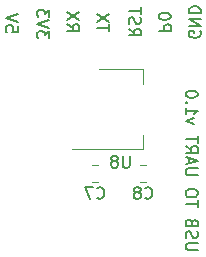
<source format=gbr>
%TF.GenerationSoftware,KiCad,Pcbnew,(5.1.7)-1*%
%TF.CreationDate,2021-02-24T18:36:54+01:00*%
%TF.ProjectId,Temperature-controller-with-ESP8266,54656d70-6572-4617-9475-72652d636f6e,rev?*%
%TF.SameCoordinates,Original*%
%TF.FileFunction,Legend,Bot*%
%TF.FilePolarity,Positive*%
%FSLAX46Y46*%
G04 Gerber Fmt 4.6, Leading zero omitted, Abs format (unit mm)*
G04 Created by KiCad (PCBNEW (5.1.7)-1) date 2021-02-24 18:36:54*
%MOMM*%
%LPD*%
G01*
G04 APERTURE LIST*
%ADD10C,0.150000*%
%ADD11C,0.120000*%
G04 APERTURE END LIST*
D10*
X141771619Y-95741285D02*
X140962095Y-95741285D01*
X140866857Y-95693666D01*
X140819238Y-95646047D01*
X140771619Y-95550809D01*
X140771619Y-95360333D01*
X140819238Y-95265095D01*
X140866857Y-95217476D01*
X140962095Y-95169857D01*
X141771619Y-95169857D01*
X140819238Y-94741285D02*
X140771619Y-94598428D01*
X140771619Y-94360333D01*
X140819238Y-94265095D01*
X140866857Y-94217476D01*
X140962095Y-94169857D01*
X141057333Y-94169857D01*
X141152571Y-94217476D01*
X141200190Y-94265095D01*
X141247809Y-94360333D01*
X141295428Y-94550809D01*
X141343047Y-94646047D01*
X141390666Y-94693666D01*
X141485904Y-94741285D01*
X141581142Y-94741285D01*
X141676380Y-94693666D01*
X141724000Y-94646047D01*
X141771619Y-94550809D01*
X141771619Y-94312714D01*
X141724000Y-94169857D01*
X141295428Y-93407952D02*
X141247809Y-93265095D01*
X141200190Y-93217476D01*
X141104952Y-93169857D01*
X140962095Y-93169857D01*
X140866857Y-93217476D01*
X140819238Y-93265095D01*
X140771619Y-93360333D01*
X140771619Y-93741285D01*
X141771619Y-93741285D01*
X141771619Y-93407952D01*
X141724000Y-93312714D01*
X141676380Y-93265095D01*
X141581142Y-93217476D01*
X141485904Y-93217476D01*
X141390666Y-93265095D01*
X141343047Y-93312714D01*
X141295428Y-93407952D01*
X141295428Y-93741285D01*
X141771619Y-92122238D02*
X141771619Y-91550809D01*
X140771619Y-91836523D02*
X141771619Y-91836523D01*
X141771619Y-91027000D02*
X141771619Y-90836523D01*
X141724000Y-90741285D01*
X141628761Y-90646047D01*
X141438285Y-90598428D01*
X141104952Y-90598428D01*
X140914476Y-90646047D01*
X140819238Y-90741285D01*
X140771619Y-90836523D01*
X140771619Y-91027000D01*
X140819238Y-91122238D01*
X140914476Y-91217476D01*
X141104952Y-91265095D01*
X141438285Y-91265095D01*
X141628761Y-91217476D01*
X141724000Y-91122238D01*
X141771619Y-91027000D01*
X141771619Y-89407952D02*
X140962095Y-89407952D01*
X140866857Y-89360333D01*
X140819238Y-89312714D01*
X140771619Y-89217476D01*
X140771619Y-89027000D01*
X140819238Y-88931761D01*
X140866857Y-88884142D01*
X140962095Y-88836523D01*
X141771619Y-88836523D01*
X141057333Y-88407952D02*
X141057333Y-87931761D01*
X140771619Y-88503190D02*
X141771619Y-88169857D01*
X140771619Y-87836523D01*
X140771619Y-86931761D02*
X141247809Y-87265095D01*
X140771619Y-87503190D02*
X141771619Y-87503190D01*
X141771619Y-87122238D01*
X141724000Y-87027000D01*
X141676380Y-86979380D01*
X141581142Y-86931761D01*
X141438285Y-86931761D01*
X141343047Y-86979380D01*
X141295428Y-87027000D01*
X141247809Y-87122238D01*
X141247809Y-87503190D01*
X141771619Y-86646047D02*
X141771619Y-86074619D01*
X140771619Y-86360333D02*
X141771619Y-86360333D01*
X141438285Y-85074619D02*
X140771619Y-84836523D01*
X141438285Y-84598428D01*
X140771619Y-83693666D02*
X140771619Y-84265095D01*
X140771619Y-83979380D02*
X141771619Y-83979380D01*
X141628761Y-84074619D01*
X141533523Y-84169857D01*
X141485904Y-84265095D01*
X140866857Y-83265095D02*
X140819238Y-83217476D01*
X140771619Y-83265095D01*
X140819238Y-83312714D01*
X140866857Y-83265095D01*
X140771619Y-83265095D01*
X141771619Y-82598428D02*
X141771619Y-82503190D01*
X141724000Y-82407952D01*
X141676380Y-82360333D01*
X141581142Y-82312714D01*
X141390666Y-82265095D01*
X141152571Y-82265095D01*
X140962095Y-82312714D01*
X140866857Y-82360333D01*
X140819238Y-82407952D01*
X140771619Y-82503190D01*
X140771619Y-82598428D01*
X140819238Y-82693666D01*
X140866857Y-82741285D01*
X140962095Y-82788904D01*
X141152571Y-82836523D01*
X141390666Y-82836523D01*
X141581142Y-82788904D01*
X141676380Y-82741285D01*
X141724000Y-82693666D01*
X141771619Y-82598428D01*
X138485619Y-77192095D02*
X139485619Y-77192095D01*
X139485619Y-76811142D01*
X139438000Y-76715904D01*
X139390380Y-76668285D01*
X139295142Y-76620666D01*
X139152285Y-76620666D01*
X139057047Y-76668285D01*
X139009428Y-76715904D01*
X138961809Y-76811142D01*
X138961809Y-77192095D01*
X139485619Y-76001619D02*
X139485619Y-75906380D01*
X139438000Y-75811142D01*
X139390380Y-75763523D01*
X139295142Y-75715904D01*
X139104666Y-75668285D01*
X138866571Y-75668285D01*
X138676095Y-75715904D01*
X138580857Y-75763523D01*
X138533238Y-75811142D01*
X138485619Y-75906380D01*
X138485619Y-76001619D01*
X138533238Y-76096857D01*
X138580857Y-76144476D01*
X138676095Y-76192095D01*
X138866571Y-76239714D01*
X139104666Y-76239714D01*
X139295142Y-76192095D01*
X139390380Y-76144476D01*
X139438000Y-76096857D01*
X139485619Y-76001619D01*
X134278619Y-77215904D02*
X134278619Y-76644476D01*
X133278619Y-76930190D02*
X134278619Y-76930190D01*
X134278619Y-76406380D02*
X133278619Y-75739714D01*
X134278619Y-75739714D02*
X133278619Y-76406380D01*
X129198619Y-77819095D02*
X129198619Y-77200047D01*
X128817666Y-77533380D01*
X128817666Y-77390523D01*
X128770047Y-77295285D01*
X128722428Y-77247666D01*
X128627190Y-77200047D01*
X128389095Y-77200047D01*
X128293857Y-77247666D01*
X128246238Y-77295285D01*
X128198619Y-77390523D01*
X128198619Y-77676238D01*
X128246238Y-77771476D01*
X128293857Y-77819095D01*
X129198619Y-76914333D02*
X128198619Y-76581000D01*
X129198619Y-76247666D01*
X129198619Y-76009571D02*
X129198619Y-75390523D01*
X128817666Y-75723857D01*
X128817666Y-75581000D01*
X128770047Y-75485761D01*
X128722428Y-75438142D01*
X128627190Y-75390523D01*
X128389095Y-75390523D01*
X128293857Y-75438142D01*
X128246238Y-75485761D01*
X128198619Y-75581000D01*
X128198619Y-75866714D01*
X128246238Y-75961952D01*
X128293857Y-76009571D01*
X130738619Y-76620666D02*
X131214809Y-76954000D01*
X130738619Y-77192095D02*
X131738619Y-77192095D01*
X131738619Y-76811142D01*
X131691000Y-76715904D01*
X131643380Y-76668285D01*
X131548142Y-76620666D01*
X131405285Y-76620666D01*
X131310047Y-76668285D01*
X131262428Y-76715904D01*
X131214809Y-76811142D01*
X131214809Y-77192095D01*
X131738619Y-76287333D02*
X130738619Y-75620666D01*
X131738619Y-75620666D02*
X130738619Y-76287333D01*
X126531619Y-76771476D02*
X126531619Y-77247666D01*
X126055428Y-77295285D01*
X126103047Y-77247666D01*
X126150666Y-77152428D01*
X126150666Y-76914333D01*
X126103047Y-76819095D01*
X126055428Y-76771476D01*
X125960190Y-76723857D01*
X125722095Y-76723857D01*
X125626857Y-76771476D01*
X125579238Y-76819095D01*
X125531619Y-76914333D01*
X125531619Y-77152428D01*
X125579238Y-77247666D01*
X125626857Y-77295285D01*
X126531619Y-76438142D02*
X125531619Y-76104809D01*
X126531619Y-75771476D01*
X135945619Y-77001619D02*
X136421809Y-77334952D01*
X135945619Y-77573047D02*
X136945619Y-77573047D01*
X136945619Y-77192095D01*
X136898000Y-77096857D01*
X136850380Y-77049238D01*
X136755142Y-77001619D01*
X136612285Y-77001619D01*
X136517047Y-77049238D01*
X136469428Y-77096857D01*
X136421809Y-77192095D01*
X136421809Y-77573047D01*
X135993238Y-76620666D02*
X135945619Y-76477809D01*
X135945619Y-76239714D01*
X135993238Y-76144476D01*
X136040857Y-76096857D01*
X136136095Y-76049238D01*
X136231333Y-76049238D01*
X136326571Y-76096857D01*
X136374190Y-76144476D01*
X136421809Y-76239714D01*
X136469428Y-76430190D01*
X136517047Y-76525428D01*
X136564666Y-76573047D01*
X136659904Y-76620666D01*
X136755142Y-76620666D01*
X136850380Y-76573047D01*
X136898000Y-76525428D01*
X136945619Y-76430190D01*
X136945619Y-76192095D01*
X136898000Y-76049238D01*
X136945619Y-75763523D02*
X136945619Y-75192095D01*
X135945619Y-75477809D02*
X136945619Y-75477809D01*
X141978000Y-77215904D02*
X142025619Y-77311142D01*
X142025619Y-77454000D01*
X141978000Y-77596857D01*
X141882761Y-77692095D01*
X141787523Y-77739714D01*
X141597047Y-77787333D01*
X141454190Y-77787333D01*
X141263714Y-77739714D01*
X141168476Y-77692095D01*
X141073238Y-77596857D01*
X141025619Y-77454000D01*
X141025619Y-77358761D01*
X141073238Y-77215904D01*
X141120857Y-77168285D01*
X141454190Y-77168285D01*
X141454190Y-77358761D01*
X141025619Y-76739714D02*
X142025619Y-76739714D01*
X141025619Y-76168285D01*
X142025619Y-76168285D01*
X141025619Y-75692095D02*
X142025619Y-75692095D01*
X142025619Y-75454000D01*
X141978000Y-75311142D01*
X141882761Y-75215904D01*
X141787523Y-75168285D01*
X141597047Y-75120666D01*
X141454190Y-75120666D01*
X141263714Y-75168285D01*
X141168476Y-75215904D01*
X141073238Y-75311142D01*
X141025619Y-75454000D01*
X141025619Y-75692095D01*
D11*
%TO.C,C7*%
X132834748Y-90016000D02*
X133357252Y-90016000D01*
X132834748Y-88546000D02*
X133357252Y-88546000D01*
%TO.C,C8*%
X136898748Y-88546000D02*
X137421252Y-88546000D01*
X136898748Y-90016000D02*
X137421252Y-90016000D01*
%TO.C,U8*%
X137165000Y-80410000D02*
X137165000Y-81670000D01*
X137165000Y-87230000D02*
X137165000Y-85970000D01*
X133405000Y-80410000D02*
X137165000Y-80410000D01*
X131155000Y-87230000D02*
X137165000Y-87230000D01*
%TD*%
%TO.C,C7*%
D10*
X133262666Y-91318142D02*
X133310285Y-91365761D01*
X133453142Y-91413380D01*
X133548380Y-91413380D01*
X133691238Y-91365761D01*
X133786476Y-91270523D01*
X133834095Y-91175285D01*
X133881714Y-90984809D01*
X133881714Y-90841952D01*
X133834095Y-90651476D01*
X133786476Y-90556238D01*
X133691238Y-90461000D01*
X133548380Y-90413380D01*
X133453142Y-90413380D01*
X133310285Y-90461000D01*
X133262666Y-90508619D01*
X132929333Y-90413380D02*
X132262666Y-90413380D01*
X132691238Y-91413380D01*
%TO.C,C8*%
X137326666Y-91318142D02*
X137374285Y-91365761D01*
X137517142Y-91413380D01*
X137612380Y-91413380D01*
X137755238Y-91365761D01*
X137850476Y-91270523D01*
X137898095Y-91175285D01*
X137945714Y-90984809D01*
X137945714Y-90841952D01*
X137898095Y-90651476D01*
X137850476Y-90556238D01*
X137755238Y-90461000D01*
X137612380Y-90413380D01*
X137517142Y-90413380D01*
X137374285Y-90461000D01*
X137326666Y-90508619D01*
X136755238Y-90841952D02*
X136850476Y-90794333D01*
X136898095Y-90746714D01*
X136945714Y-90651476D01*
X136945714Y-90603857D01*
X136898095Y-90508619D01*
X136850476Y-90461000D01*
X136755238Y-90413380D01*
X136564761Y-90413380D01*
X136469523Y-90461000D01*
X136421904Y-90508619D01*
X136374285Y-90603857D01*
X136374285Y-90651476D01*
X136421904Y-90746714D01*
X136469523Y-90794333D01*
X136564761Y-90841952D01*
X136755238Y-90841952D01*
X136850476Y-90889571D01*
X136898095Y-90937190D01*
X136945714Y-91032428D01*
X136945714Y-91222904D01*
X136898095Y-91318142D01*
X136850476Y-91365761D01*
X136755238Y-91413380D01*
X136564761Y-91413380D01*
X136469523Y-91365761D01*
X136421904Y-91318142D01*
X136374285Y-91222904D01*
X136374285Y-91032428D01*
X136421904Y-90937190D01*
X136469523Y-90889571D01*
X136564761Y-90841952D01*
%TO.C,U8*%
X136016904Y-87772380D02*
X136016904Y-88581904D01*
X135969285Y-88677142D01*
X135921666Y-88724761D01*
X135826428Y-88772380D01*
X135635952Y-88772380D01*
X135540714Y-88724761D01*
X135493095Y-88677142D01*
X135445476Y-88581904D01*
X135445476Y-87772380D01*
X134826428Y-88200952D02*
X134921666Y-88153333D01*
X134969285Y-88105714D01*
X135016904Y-88010476D01*
X135016904Y-87962857D01*
X134969285Y-87867619D01*
X134921666Y-87820000D01*
X134826428Y-87772380D01*
X134635952Y-87772380D01*
X134540714Y-87820000D01*
X134493095Y-87867619D01*
X134445476Y-87962857D01*
X134445476Y-88010476D01*
X134493095Y-88105714D01*
X134540714Y-88153333D01*
X134635952Y-88200952D01*
X134826428Y-88200952D01*
X134921666Y-88248571D01*
X134969285Y-88296190D01*
X135016904Y-88391428D01*
X135016904Y-88581904D01*
X134969285Y-88677142D01*
X134921666Y-88724761D01*
X134826428Y-88772380D01*
X134635952Y-88772380D01*
X134540714Y-88724761D01*
X134493095Y-88677142D01*
X134445476Y-88581904D01*
X134445476Y-88391428D01*
X134493095Y-88296190D01*
X134540714Y-88248571D01*
X134635952Y-88200952D01*
%TD*%
M02*

</source>
